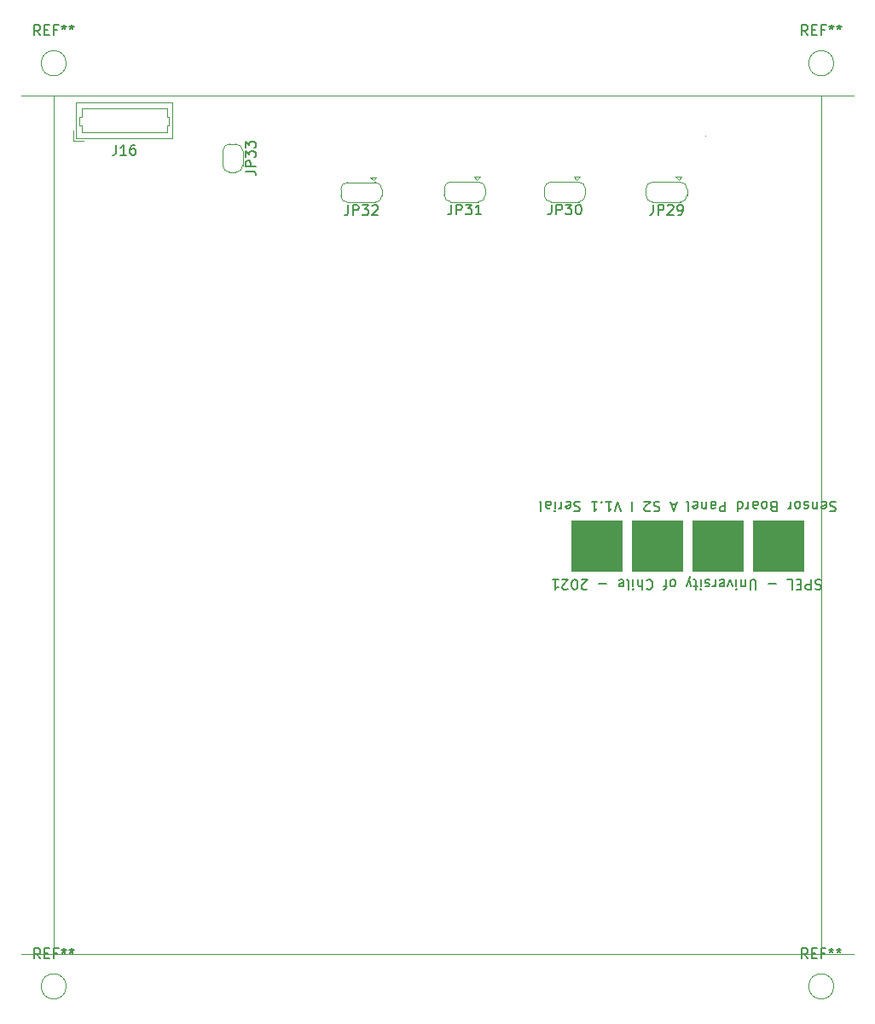
<source format=gbr>
G04 #@! TF.GenerationSoftware,KiCad,Pcbnew,(5.1.2)-2*
G04 #@! TF.CreationDate,2021-11-10T11:22:02-03:00*
G04 #@! TF.ProjectId,MAG_Plus,4d41475f-506c-4757-932e-6b696361645f,rev?*
G04 #@! TF.SameCoordinates,Original*
G04 #@! TF.FileFunction,Legend,Top*
G04 #@! TF.FilePolarity,Positive*
%FSLAX46Y46*%
G04 Gerber Fmt 4.6, Leading zero omitted, Abs format (unit mm)*
G04 Created by KiCad (PCBNEW (5.1.2)-2) date 2021-11-10 11:22:02*
%MOMM*%
%LPD*%
G04 APERTURE LIST*
%ADD10C,0.100000*%
%ADD11C,0.150000*%
%ADD12C,0.120000*%
G04 APERTURE END LIST*
D10*
G36*
X107610000Y-194540000D02*
G01*
X102610000Y-194540000D01*
X102610000Y-189540000D01*
X107610000Y-189540000D01*
X107610000Y-194540000D01*
G37*
X107610000Y-194540000D02*
X102610000Y-194540000D01*
X102610000Y-189540000D01*
X107610000Y-189540000D01*
X107610000Y-194540000D01*
G36*
X101610000Y-194540000D02*
G01*
X96610000Y-194540000D01*
X96610000Y-189540000D01*
X101610000Y-189540000D01*
X101610000Y-194540000D01*
G37*
X101610000Y-194540000D02*
X96610000Y-194540000D01*
X96610000Y-189540000D01*
X101610000Y-189540000D01*
X101610000Y-194540000D01*
G36*
X113610000Y-194540000D02*
G01*
X108610000Y-194540000D01*
X108610000Y-189540000D01*
X113610000Y-189540000D01*
X113610000Y-194540000D01*
G37*
X113610000Y-194540000D02*
X108610000Y-194540000D01*
X108610000Y-189540000D01*
X113610000Y-189540000D01*
X113610000Y-194540000D01*
G36*
X95610000Y-194540000D02*
G01*
X90610000Y-194540000D01*
X90610000Y-189540000D01*
X95610000Y-189540000D01*
X95610000Y-194540000D01*
G37*
X95610000Y-194540000D02*
X90610000Y-194540000D01*
X90610000Y-189540000D01*
X95610000Y-189540000D01*
X95610000Y-194540000D01*
D11*
X115393333Y-195485238D02*
X115250476Y-195437619D01*
X115012380Y-195437619D01*
X114917142Y-195485238D01*
X114869523Y-195532857D01*
X114821904Y-195628095D01*
X114821904Y-195723333D01*
X114869523Y-195818571D01*
X114917142Y-195866190D01*
X115012380Y-195913809D01*
X115202857Y-195961428D01*
X115298095Y-196009047D01*
X115345714Y-196056666D01*
X115393333Y-196151904D01*
X115393333Y-196247142D01*
X115345714Y-196342380D01*
X115298095Y-196390000D01*
X115202857Y-196437619D01*
X114964761Y-196437619D01*
X114821904Y-196390000D01*
X114393333Y-195437619D02*
X114393333Y-196437619D01*
X114012380Y-196437619D01*
X113917142Y-196390000D01*
X113869523Y-196342380D01*
X113821904Y-196247142D01*
X113821904Y-196104285D01*
X113869523Y-196009047D01*
X113917142Y-195961428D01*
X114012380Y-195913809D01*
X114393333Y-195913809D01*
X113393333Y-195961428D02*
X113060000Y-195961428D01*
X112917142Y-195437619D02*
X113393333Y-195437619D01*
X113393333Y-196437619D01*
X112917142Y-196437619D01*
X112012380Y-195437619D02*
X112488571Y-195437619D01*
X112488571Y-196437619D01*
X110917142Y-195818571D02*
X110155238Y-195818571D01*
X108917142Y-196437619D02*
X108917142Y-195628095D01*
X108869523Y-195532857D01*
X108821904Y-195485238D01*
X108726666Y-195437619D01*
X108536190Y-195437619D01*
X108440952Y-195485238D01*
X108393333Y-195532857D01*
X108345714Y-195628095D01*
X108345714Y-196437619D01*
X107869523Y-196104285D02*
X107869523Y-195437619D01*
X107869523Y-196009047D02*
X107821904Y-196056666D01*
X107726666Y-196104285D01*
X107583809Y-196104285D01*
X107488571Y-196056666D01*
X107440952Y-195961428D01*
X107440952Y-195437619D01*
X106964761Y-195437619D02*
X106964761Y-196104285D01*
X106964761Y-196437619D02*
X107012380Y-196390000D01*
X106964761Y-196342380D01*
X106917142Y-196390000D01*
X106964761Y-196437619D01*
X106964761Y-196342380D01*
X106583809Y-196104285D02*
X106345714Y-195437619D01*
X106107619Y-196104285D01*
X105345714Y-195485238D02*
X105440952Y-195437619D01*
X105631428Y-195437619D01*
X105726666Y-195485238D01*
X105774285Y-195580476D01*
X105774285Y-195961428D01*
X105726666Y-196056666D01*
X105631428Y-196104285D01*
X105440952Y-196104285D01*
X105345714Y-196056666D01*
X105298095Y-195961428D01*
X105298095Y-195866190D01*
X105774285Y-195770952D01*
X104869523Y-195437619D02*
X104869523Y-196104285D01*
X104869523Y-195913809D02*
X104821904Y-196009047D01*
X104774285Y-196056666D01*
X104679047Y-196104285D01*
X104583809Y-196104285D01*
X104298095Y-195485238D02*
X104202857Y-195437619D01*
X104012380Y-195437619D01*
X103917142Y-195485238D01*
X103869523Y-195580476D01*
X103869523Y-195628095D01*
X103917142Y-195723333D01*
X104012380Y-195770952D01*
X104155238Y-195770952D01*
X104250476Y-195818571D01*
X104298095Y-195913809D01*
X104298095Y-195961428D01*
X104250476Y-196056666D01*
X104155238Y-196104285D01*
X104012380Y-196104285D01*
X103917142Y-196056666D01*
X103440952Y-195437619D02*
X103440952Y-196104285D01*
X103440952Y-196437619D02*
X103488571Y-196390000D01*
X103440952Y-196342380D01*
X103393333Y-196390000D01*
X103440952Y-196437619D01*
X103440952Y-196342380D01*
X103107619Y-196104285D02*
X102726666Y-196104285D01*
X102964761Y-196437619D02*
X102964761Y-195580476D01*
X102917142Y-195485238D01*
X102821904Y-195437619D01*
X102726666Y-195437619D01*
X102488571Y-196104285D02*
X102250476Y-195437619D01*
X102012380Y-196104285D02*
X102250476Y-195437619D01*
X102345714Y-195199523D01*
X102393333Y-195151904D01*
X102488571Y-195104285D01*
X100726666Y-195437619D02*
X100821904Y-195485238D01*
X100869523Y-195532857D01*
X100917142Y-195628095D01*
X100917142Y-195913809D01*
X100869523Y-196009047D01*
X100821904Y-196056666D01*
X100726666Y-196104285D01*
X100583809Y-196104285D01*
X100488571Y-196056666D01*
X100440952Y-196009047D01*
X100393333Y-195913809D01*
X100393333Y-195628095D01*
X100440952Y-195532857D01*
X100488571Y-195485238D01*
X100583809Y-195437619D01*
X100726666Y-195437619D01*
X100107619Y-196104285D02*
X99726666Y-196104285D01*
X99964761Y-195437619D02*
X99964761Y-196294761D01*
X99917142Y-196390000D01*
X99821904Y-196437619D01*
X99726666Y-196437619D01*
X98060000Y-195532857D02*
X98107619Y-195485238D01*
X98250476Y-195437619D01*
X98345714Y-195437619D01*
X98488571Y-195485238D01*
X98583809Y-195580476D01*
X98631428Y-195675714D01*
X98679047Y-195866190D01*
X98679047Y-196009047D01*
X98631428Y-196199523D01*
X98583809Y-196294761D01*
X98488571Y-196390000D01*
X98345714Y-196437619D01*
X98250476Y-196437619D01*
X98107619Y-196390000D01*
X98060000Y-196342380D01*
X97631428Y-195437619D02*
X97631428Y-196437619D01*
X97202857Y-195437619D02*
X97202857Y-195961428D01*
X97250476Y-196056666D01*
X97345714Y-196104285D01*
X97488571Y-196104285D01*
X97583809Y-196056666D01*
X97631428Y-196009047D01*
X96726666Y-195437619D02*
X96726666Y-196104285D01*
X96726666Y-196437619D02*
X96774285Y-196390000D01*
X96726666Y-196342380D01*
X96679047Y-196390000D01*
X96726666Y-196437619D01*
X96726666Y-196342380D01*
X96107619Y-195437619D02*
X96202857Y-195485238D01*
X96250476Y-195580476D01*
X96250476Y-196437619D01*
X95345714Y-195485238D02*
X95440952Y-195437619D01*
X95631428Y-195437619D01*
X95726666Y-195485238D01*
X95774285Y-195580476D01*
X95774285Y-195961428D01*
X95726666Y-196056666D01*
X95631428Y-196104285D01*
X95440952Y-196104285D01*
X95345714Y-196056666D01*
X95298095Y-195961428D01*
X95298095Y-195866190D01*
X95774285Y-195770952D01*
X94107619Y-195818571D02*
X93345714Y-195818571D01*
X92155238Y-196342380D02*
X92107619Y-196390000D01*
X92012380Y-196437619D01*
X91774285Y-196437619D01*
X91679047Y-196390000D01*
X91631428Y-196342380D01*
X91583809Y-196247142D01*
X91583809Y-196151904D01*
X91631428Y-196009047D01*
X92202857Y-195437619D01*
X91583809Y-195437619D01*
X90964761Y-196437619D02*
X90869523Y-196437619D01*
X90774285Y-196390000D01*
X90726666Y-196342380D01*
X90679047Y-196247142D01*
X90631428Y-196056666D01*
X90631428Y-195818571D01*
X90679047Y-195628095D01*
X90726666Y-195532857D01*
X90774285Y-195485238D01*
X90869523Y-195437619D01*
X90964761Y-195437619D01*
X91060000Y-195485238D01*
X91107619Y-195532857D01*
X91155238Y-195628095D01*
X91202857Y-195818571D01*
X91202857Y-196056666D01*
X91155238Y-196247142D01*
X91107619Y-196342380D01*
X91060000Y-196390000D01*
X90964761Y-196437619D01*
X90250476Y-196342380D02*
X90202857Y-196390000D01*
X90107619Y-196437619D01*
X89869523Y-196437619D01*
X89774285Y-196390000D01*
X89726666Y-196342380D01*
X89679047Y-196247142D01*
X89679047Y-196151904D01*
X89726666Y-196009047D01*
X90298095Y-195437619D01*
X89679047Y-195437619D01*
X88726666Y-195437619D02*
X89298095Y-195437619D01*
X89012380Y-195437619D02*
X89012380Y-196437619D01*
X89107619Y-196294761D01*
X89202857Y-196199523D01*
X89298095Y-196151904D01*
X116826666Y-187735238D02*
X116683809Y-187687619D01*
X116445714Y-187687619D01*
X116350476Y-187735238D01*
X116302857Y-187782857D01*
X116255238Y-187878095D01*
X116255238Y-187973333D01*
X116302857Y-188068571D01*
X116350476Y-188116190D01*
X116445714Y-188163809D01*
X116636190Y-188211428D01*
X116731428Y-188259047D01*
X116779047Y-188306666D01*
X116826666Y-188401904D01*
X116826666Y-188497142D01*
X116779047Y-188592380D01*
X116731428Y-188640000D01*
X116636190Y-188687619D01*
X116398095Y-188687619D01*
X116255238Y-188640000D01*
X115445714Y-187735238D02*
X115540952Y-187687619D01*
X115731428Y-187687619D01*
X115826666Y-187735238D01*
X115874285Y-187830476D01*
X115874285Y-188211428D01*
X115826666Y-188306666D01*
X115731428Y-188354285D01*
X115540952Y-188354285D01*
X115445714Y-188306666D01*
X115398095Y-188211428D01*
X115398095Y-188116190D01*
X115874285Y-188020952D01*
X114969523Y-188354285D02*
X114969523Y-187687619D01*
X114969523Y-188259047D02*
X114921904Y-188306666D01*
X114826666Y-188354285D01*
X114683809Y-188354285D01*
X114588571Y-188306666D01*
X114540952Y-188211428D01*
X114540952Y-187687619D01*
X114112380Y-187735238D02*
X114017142Y-187687619D01*
X113826666Y-187687619D01*
X113731428Y-187735238D01*
X113683809Y-187830476D01*
X113683809Y-187878095D01*
X113731428Y-187973333D01*
X113826666Y-188020952D01*
X113969523Y-188020952D01*
X114064761Y-188068571D01*
X114112380Y-188163809D01*
X114112380Y-188211428D01*
X114064761Y-188306666D01*
X113969523Y-188354285D01*
X113826666Y-188354285D01*
X113731428Y-188306666D01*
X113112380Y-187687619D02*
X113207619Y-187735238D01*
X113255238Y-187782857D01*
X113302857Y-187878095D01*
X113302857Y-188163809D01*
X113255238Y-188259047D01*
X113207619Y-188306666D01*
X113112380Y-188354285D01*
X112969523Y-188354285D01*
X112874285Y-188306666D01*
X112826666Y-188259047D01*
X112779047Y-188163809D01*
X112779047Y-187878095D01*
X112826666Y-187782857D01*
X112874285Y-187735238D01*
X112969523Y-187687619D01*
X113112380Y-187687619D01*
X112350476Y-187687619D02*
X112350476Y-188354285D01*
X112350476Y-188163809D02*
X112302857Y-188259047D01*
X112255238Y-188306666D01*
X112160000Y-188354285D01*
X112064761Y-188354285D01*
X110636190Y-188211428D02*
X110493333Y-188163809D01*
X110445714Y-188116190D01*
X110398095Y-188020952D01*
X110398095Y-187878095D01*
X110445714Y-187782857D01*
X110493333Y-187735238D01*
X110588571Y-187687619D01*
X110969523Y-187687619D01*
X110969523Y-188687619D01*
X110636190Y-188687619D01*
X110540952Y-188640000D01*
X110493333Y-188592380D01*
X110445714Y-188497142D01*
X110445714Y-188401904D01*
X110493333Y-188306666D01*
X110540952Y-188259047D01*
X110636190Y-188211428D01*
X110969523Y-188211428D01*
X109826666Y-187687619D02*
X109921904Y-187735238D01*
X109969523Y-187782857D01*
X110017142Y-187878095D01*
X110017142Y-188163809D01*
X109969523Y-188259047D01*
X109921904Y-188306666D01*
X109826666Y-188354285D01*
X109683809Y-188354285D01*
X109588571Y-188306666D01*
X109540952Y-188259047D01*
X109493333Y-188163809D01*
X109493333Y-187878095D01*
X109540952Y-187782857D01*
X109588571Y-187735238D01*
X109683809Y-187687619D01*
X109826666Y-187687619D01*
X108636190Y-187687619D02*
X108636190Y-188211428D01*
X108683809Y-188306666D01*
X108779047Y-188354285D01*
X108969523Y-188354285D01*
X109064761Y-188306666D01*
X108636190Y-187735238D02*
X108731428Y-187687619D01*
X108969523Y-187687619D01*
X109064761Y-187735238D01*
X109112380Y-187830476D01*
X109112380Y-187925714D01*
X109064761Y-188020952D01*
X108969523Y-188068571D01*
X108731428Y-188068571D01*
X108636190Y-188116190D01*
X108160000Y-187687619D02*
X108160000Y-188354285D01*
X108160000Y-188163809D02*
X108112380Y-188259047D01*
X108064761Y-188306666D01*
X107969523Y-188354285D01*
X107874285Y-188354285D01*
X107112380Y-187687619D02*
X107112380Y-188687619D01*
X107112380Y-187735238D02*
X107207619Y-187687619D01*
X107398095Y-187687619D01*
X107493333Y-187735238D01*
X107540952Y-187782857D01*
X107588571Y-187878095D01*
X107588571Y-188163809D01*
X107540952Y-188259047D01*
X107493333Y-188306666D01*
X107398095Y-188354285D01*
X107207619Y-188354285D01*
X107112380Y-188306666D01*
X105874285Y-187687619D02*
X105874285Y-188687619D01*
X105493333Y-188687619D01*
X105398095Y-188640000D01*
X105350476Y-188592380D01*
X105302857Y-188497142D01*
X105302857Y-188354285D01*
X105350476Y-188259047D01*
X105398095Y-188211428D01*
X105493333Y-188163809D01*
X105874285Y-188163809D01*
X104445714Y-187687619D02*
X104445714Y-188211428D01*
X104493333Y-188306666D01*
X104588571Y-188354285D01*
X104779047Y-188354285D01*
X104874285Y-188306666D01*
X104445714Y-187735238D02*
X104540952Y-187687619D01*
X104779047Y-187687619D01*
X104874285Y-187735238D01*
X104921904Y-187830476D01*
X104921904Y-187925714D01*
X104874285Y-188020952D01*
X104779047Y-188068571D01*
X104540952Y-188068571D01*
X104445714Y-188116190D01*
X103969523Y-188354285D02*
X103969523Y-187687619D01*
X103969523Y-188259047D02*
X103921904Y-188306666D01*
X103826666Y-188354285D01*
X103683809Y-188354285D01*
X103588571Y-188306666D01*
X103540952Y-188211428D01*
X103540952Y-187687619D01*
X102683809Y-187735238D02*
X102779047Y-187687619D01*
X102969523Y-187687619D01*
X103064761Y-187735238D01*
X103112380Y-187830476D01*
X103112380Y-188211428D01*
X103064761Y-188306666D01*
X102969523Y-188354285D01*
X102779047Y-188354285D01*
X102683809Y-188306666D01*
X102636190Y-188211428D01*
X102636190Y-188116190D01*
X103112380Y-188020952D01*
X102064761Y-187687619D02*
X102160000Y-187735238D01*
X102207619Y-187830476D01*
X102207619Y-188687619D01*
X100969523Y-187973333D02*
X100493333Y-187973333D01*
X101064761Y-187687619D02*
X100731428Y-188687619D01*
X100398095Y-187687619D01*
X99350476Y-187735238D02*
X99207619Y-187687619D01*
X98969523Y-187687619D01*
X98874285Y-187735238D01*
X98826666Y-187782857D01*
X98779047Y-187878095D01*
X98779047Y-187973333D01*
X98826666Y-188068571D01*
X98874285Y-188116190D01*
X98969523Y-188163809D01*
X99160000Y-188211428D01*
X99255238Y-188259047D01*
X99302857Y-188306666D01*
X99350476Y-188401904D01*
X99350476Y-188497142D01*
X99302857Y-188592380D01*
X99255238Y-188640000D01*
X99160000Y-188687619D01*
X98921904Y-188687619D01*
X98779047Y-188640000D01*
X98398095Y-188592380D02*
X98350476Y-188640000D01*
X98255238Y-188687619D01*
X98017142Y-188687619D01*
X97921904Y-188640000D01*
X97874285Y-188592380D01*
X97826666Y-188497142D01*
X97826666Y-188401904D01*
X97874285Y-188259047D01*
X98445714Y-187687619D01*
X97826666Y-187687619D01*
X96636190Y-187687619D02*
X96636190Y-188687619D01*
X95540952Y-188687619D02*
X95207619Y-187687619D01*
X94874285Y-188687619D01*
X94017142Y-187687619D02*
X94588571Y-187687619D01*
X94302857Y-187687619D02*
X94302857Y-188687619D01*
X94398095Y-188544761D01*
X94493333Y-188449523D01*
X94588571Y-188401904D01*
X93588571Y-187782857D02*
X93540952Y-187735238D01*
X93588571Y-187687619D01*
X93636190Y-187735238D01*
X93588571Y-187782857D01*
X93588571Y-187687619D01*
X92588571Y-187687619D02*
X93160000Y-187687619D01*
X92874285Y-187687619D02*
X92874285Y-188687619D01*
X92969523Y-188544761D01*
X93064761Y-188449523D01*
X93160000Y-188401904D01*
X91445714Y-187735238D02*
X91302857Y-187687619D01*
X91064761Y-187687619D01*
X90969523Y-187735238D01*
X90921904Y-187782857D01*
X90874285Y-187878095D01*
X90874285Y-187973333D01*
X90921904Y-188068571D01*
X90969523Y-188116190D01*
X91064761Y-188163809D01*
X91255238Y-188211428D01*
X91350476Y-188259047D01*
X91398095Y-188306666D01*
X91445714Y-188401904D01*
X91445714Y-188497142D01*
X91398095Y-188592380D01*
X91350476Y-188640000D01*
X91255238Y-188687619D01*
X91017142Y-188687619D01*
X90874285Y-188640000D01*
X90064761Y-187735238D02*
X90160000Y-187687619D01*
X90350476Y-187687619D01*
X90445714Y-187735238D01*
X90493333Y-187830476D01*
X90493333Y-188211428D01*
X90445714Y-188306666D01*
X90350476Y-188354285D01*
X90160000Y-188354285D01*
X90064761Y-188306666D01*
X90017142Y-188211428D01*
X90017142Y-188116190D01*
X90493333Y-188020952D01*
X89588571Y-187687619D02*
X89588571Y-188354285D01*
X89588571Y-188163809D02*
X89540952Y-188259047D01*
X89493333Y-188306666D01*
X89398095Y-188354285D01*
X89302857Y-188354285D01*
X88969523Y-187687619D02*
X88969523Y-188354285D01*
X88969523Y-188687619D02*
X89017142Y-188640000D01*
X88969523Y-188592380D01*
X88921904Y-188640000D01*
X88969523Y-188687619D01*
X88969523Y-188592380D01*
X88064761Y-187687619D02*
X88064761Y-188211428D01*
X88112380Y-188306666D01*
X88207619Y-188354285D01*
X88398095Y-188354285D01*
X88493333Y-188306666D01*
X88064761Y-187735238D02*
X88160000Y-187687619D01*
X88398095Y-187687619D01*
X88493333Y-187735238D01*
X88540952Y-187830476D01*
X88540952Y-187925714D01*
X88493333Y-188020952D01*
X88398095Y-188068571D01*
X88160000Y-188068571D01*
X88064761Y-188116190D01*
X87445714Y-187687619D02*
X87540952Y-187735238D01*
X87588571Y-187830476D01*
X87588571Y-188687619D01*
D12*
X103900000Y-151390000D02*
X103900000Y-151400000D01*
X115400000Y-147400000D02*
X115400000Y-232600000D01*
X39200000Y-232600000D02*
X39200000Y-147400000D01*
X118600000Y-147400000D02*
X36000000Y-147400000D01*
X36000000Y-232600000D02*
X118600000Y-232600000D01*
X116650000Y-235800000D02*
G75*
G03X116650000Y-235800000I-1250000J0D01*
G01*
X40450000Y-235800000D02*
G75*
G03X40450000Y-235800000I-1250000J0D01*
G01*
X116650000Y-144200000D02*
G75*
G03X116650000Y-144200000I-1250000J0D01*
G01*
X40450000Y-144200000D02*
G75*
G03X40450000Y-144200000I-1250000J0D01*
G01*
X41180000Y-151875000D02*
X42180000Y-151875000D01*
X41180000Y-151875000D02*
X41180000Y-150875000D01*
X50430000Y-148675000D02*
X46205000Y-148675000D01*
X50430000Y-149550000D02*
X50430000Y-148675000D01*
X50630000Y-149550000D02*
X50430000Y-149550000D01*
X50630000Y-150350000D02*
X50630000Y-149550000D01*
X50430000Y-150350000D02*
X50630000Y-150350000D01*
X50430000Y-151075000D02*
X50430000Y-150350000D01*
X46205000Y-151075000D02*
X50430000Y-151075000D01*
X41980000Y-148675000D02*
X46205000Y-148675000D01*
X41980000Y-149550000D02*
X41980000Y-148675000D01*
X41780000Y-149550000D02*
X41980000Y-149550000D01*
X41780000Y-150350000D02*
X41780000Y-149550000D01*
X41980000Y-150350000D02*
X41780000Y-150350000D01*
X41980000Y-151075000D02*
X41980000Y-150350000D01*
X46205000Y-151075000D02*
X41980000Y-151075000D01*
X50980000Y-148125000D02*
X41430000Y-148125000D01*
X50980000Y-151625000D02*
X50980000Y-148125000D01*
X41430000Y-151625000D02*
X50980000Y-151625000D01*
X41430000Y-148125000D02*
X41430000Y-151625000D01*
X102090000Y-157290000D02*
G75*
G02X101390000Y-157990000I-700000J0D01*
G01*
X101390000Y-155990000D02*
G75*
G02X102090000Y-156690000I0J-700000D01*
G01*
X97990000Y-156690000D02*
G75*
G02X98690000Y-155990000I700000J0D01*
G01*
X98690000Y-157990000D02*
G75*
G02X97990000Y-157290000I0J700000D01*
G01*
X101440000Y-157990000D02*
X98640000Y-157990000D01*
X97990000Y-157290000D02*
X97990000Y-156690000D01*
X98640000Y-155990000D02*
X101440000Y-155990000D01*
X102090000Y-156690000D02*
X102090000Y-157290000D01*
X101240000Y-155790000D02*
X101540000Y-155490000D01*
X101540000Y-155490000D02*
X100940000Y-155490000D01*
X101240000Y-155790000D02*
X100940000Y-155490000D01*
X91140000Y-155770000D02*
X90840000Y-155470000D01*
X91440000Y-155470000D02*
X90840000Y-155470000D01*
X91140000Y-155770000D02*
X91440000Y-155470000D01*
X91990000Y-156670000D02*
X91990000Y-157270000D01*
X88540000Y-155970000D02*
X91340000Y-155970000D01*
X87890000Y-157270000D02*
X87890000Y-156670000D01*
X91340000Y-157970000D02*
X88540000Y-157970000D01*
X88590000Y-157970000D02*
G75*
G02X87890000Y-157270000I0J700000D01*
G01*
X87890000Y-156670000D02*
G75*
G02X88590000Y-155970000I700000J0D01*
G01*
X91290000Y-155970000D02*
G75*
G02X91990000Y-156670000I0J-700000D01*
G01*
X91990000Y-157270000D02*
G75*
G02X91290000Y-157970000I-700000J0D01*
G01*
X82060000Y-157260000D02*
G75*
G02X81360000Y-157960000I-700000J0D01*
G01*
X81360000Y-155960000D02*
G75*
G02X82060000Y-156660000I0J-700000D01*
G01*
X77960000Y-156660000D02*
G75*
G02X78660000Y-155960000I700000J0D01*
G01*
X78660000Y-157960000D02*
G75*
G02X77960000Y-157260000I0J700000D01*
G01*
X81410000Y-157960000D02*
X78610000Y-157960000D01*
X77960000Y-157260000D02*
X77960000Y-156660000D01*
X78610000Y-155960000D02*
X81410000Y-155960000D01*
X82060000Y-156660000D02*
X82060000Y-157260000D01*
X81210000Y-155760000D02*
X81510000Y-155460000D01*
X81510000Y-155460000D02*
X80910000Y-155460000D01*
X81210000Y-155760000D02*
X80910000Y-155460000D01*
X70950000Y-155820000D02*
X70650000Y-155520000D01*
X71250000Y-155520000D02*
X70650000Y-155520000D01*
X70950000Y-155820000D02*
X71250000Y-155520000D01*
X71800000Y-156720000D02*
X71800000Y-157320000D01*
X68350000Y-156020000D02*
X71150000Y-156020000D01*
X67700000Y-157320000D02*
X67700000Y-156720000D01*
X71150000Y-158020000D02*
X68350000Y-158020000D01*
X68400000Y-158020000D02*
G75*
G02X67700000Y-157320000I0J700000D01*
G01*
X67700000Y-156720000D02*
G75*
G02X68400000Y-156020000I700000J0D01*
G01*
X71100000Y-156020000D02*
G75*
G02X71800000Y-156720000I0J-700000D01*
G01*
X71800000Y-157320000D02*
G75*
G02X71100000Y-158020000I-700000J0D01*
G01*
X57980000Y-154320000D02*
G75*
G02X57280000Y-155020000I-700000J0D01*
G01*
X56680000Y-155020000D02*
G75*
G02X55980000Y-154320000I0J700000D01*
G01*
X55980000Y-152920000D02*
G75*
G02X56680000Y-152220000I700000J0D01*
G01*
X57280000Y-152220000D02*
G75*
G02X57980000Y-152920000I0J-700000D01*
G01*
X56680000Y-152220000D02*
X57280000Y-152220000D01*
X55980000Y-154320000D02*
X55980000Y-152920000D01*
X57280000Y-155020000D02*
X56680000Y-155020000D01*
X57980000Y-152920000D02*
X57980000Y-154320000D01*
D11*
X114066666Y-141422380D02*
X113733333Y-140946190D01*
X113495238Y-141422380D02*
X113495238Y-140422380D01*
X113876190Y-140422380D01*
X113971428Y-140470000D01*
X114019047Y-140517619D01*
X114066666Y-140612857D01*
X114066666Y-140755714D01*
X114019047Y-140850952D01*
X113971428Y-140898571D01*
X113876190Y-140946190D01*
X113495238Y-140946190D01*
X114495238Y-140898571D02*
X114828571Y-140898571D01*
X114971428Y-141422380D02*
X114495238Y-141422380D01*
X114495238Y-140422380D01*
X114971428Y-140422380D01*
X115733333Y-140898571D02*
X115400000Y-140898571D01*
X115400000Y-141422380D02*
X115400000Y-140422380D01*
X115876190Y-140422380D01*
X116400000Y-140422380D02*
X116400000Y-140660476D01*
X116161904Y-140565238D02*
X116400000Y-140660476D01*
X116638095Y-140565238D01*
X116257142Y-140850952D02*
X116400000Y-140660476D01*
X116542857Y-140850952D01*
X117161904Y-140422380D02*
X117161904Y-140660476D01*
X116923809Y-140565238D02*
X117161904Y-140660476D01*
X117400000Y-140565238D01*
X117019047Y-140850952D02*
X117161904Y-140660476D01*
X117304761Y-140850952D01*
X114056666Y-233022380D02*
X113723333Y-232546190D01*
X113485238Y-233022380D02*
X113485238Y-232022380D01*
X113866190Y-232022380D01*
X113961428Y-232070000D01*
X114009047Y-232117619D01*
X114056666Y-232212857D01*
X114056666Y-232355714D01*
X114009047Y-232450952D01*
X113961428Y-232498571D01*
X113866190Y-232546190D01*
X113485238Y-232546190D01*
X114485238Y-232498571D02*
X114818571Y-232498571D01*
X114961428Y-233022380D02*
X114485238Y-233022380D01*
X114485238Y-232022380D01*
X114961428Y-232022380D01*
X115723333Y-232498571D02*
X115390000Y-232498571D01*
X115390000Y-233022380D02*
X115390000Y-232022380D01*
X115866190Y-232022380D01*
X116390000Y-232022380D02*
X116390000Y-232260476D01*
X116151904Y-232165238D02*
X116390000Y-232260476D01*
X116628095Y-232165238D01*
X116247142Y-232450952D02*
X116390000Y-232260476D01*
X116532857Y-232450952D01*
X117151904Y-232022380D02*
X117151904Y-232260476D01*
X116913809Y-232165238D02*
X117151904Y-232260476D01*
X117390000Y-232165238D01*
X117009047Y-232450952D02*
X117151904Y-232260476D01*
X117294761Y-232450952D01*
X37866666Y-141412380D02*
X37533333Y-140936190D01*
X37295238Y-141412380D02*
X37295238Y-140412380D01*
X37676190Y-140412380D01*
X37771428Y-140460000D01*
X37819047Y-140507619D01*
X37866666Y-140602857D01*
X37866666Y-140745714D01*
X37819047Y-140840952D01*
X37771428Y-140888571D01*
X37676190Y-140936190D01*
X37295238Y-140936190D01*
X38295238Y-140888571D02*
X38628571Y-140888571D01*
X38771428Y-141412380D02*
X38295238Y-141412380D01*
X38295238Y-140412380D01*
X38771428Y-140412380D01*
X39533333Y-140888571D02*
X39200000Y-140888571D01*
X39200000Y-141412380D02*
X39200000Y-140412380D01*
X39676190Y-140412380D01*
X40200000Y-140412380D02*
X40200000Y-140650476D01*
X39961904Y-140555238D02*
X40200000Y-140650476D01*
X40438095Y-140555238D01*
X40057142Y-140840952D02*
X40200000Y-140650476D01*
X40342857Y-140840952D01*
X40961904Y-140412380D02*
X40961904Y-140650476D01*
X40723809Y-140555238D02*
X40961904Y-140650476D01*
X41200000Y-140555238D01*
X40819047Y-140840952D02*
X40961904Y-140650476D01*
X41104761Y-140840952D01*
X37866666Y-233032380D02*
X37533333Y-232556190D01*
X37295238Y-233032380D02*
X37295238Y-232032380D01*
X37676190Y-232032380D01*
X37771428Y-232080000D01*
X37819047Y-232127619D01*
X37866666Y-232222857D01*
X37866666Y-232365714D01*
X37819047Y-232460952D01*
X37771428Y-232508571D01*
X37676190Y-232556190D01*
X37295238Y-232556190D01*
X38295238Y-232508571D02*
X38628571Y-232508571D01*
X38771428Y-233032380D02*
X38295238Y-233032380D01*
X38295238Y-232032380D01*
X38771428Y-232032380D01*
X39533333Y-232508571D02*
X39200000Y-232508571D01*
X39200000Y-233032380D02*
X39200000Y-232032380D01*
X39676190Y-232032380D01*
X40200000Y-232032380D02*
X40200000Y-232270476D01*
X39961904Y-232175238D02*
X40200000Y-232270476D01*
X40438095Y-232175238D01*
X40057142Y-232460952D02*
X40200000Y-232270476D01*
X40342857Y-232460952D01*
X40961904Y-232032380D02*
X40961904Y-232270476D01*
X40723809Y-232175238D02*
X40961904Y-232270476D01*
X41200000Y-232175238D01*
X40819047Y-232460952D02*
X40961904Y-232270476D01*
X41104761Y-232460952D01*
X45395476Y-152302380D02*
X45395476Y-153016666D01*
X45347857Y-153159523D01*
X45252619Y-153254761D01*
X45109761Y-153302380D01*
X45014523Y-153302380D01*
X46395476Y-153302380D02*
X45824047Y-153302380D01*
X46109761Y-153302380D02*
X46109761Y-152302380D01*
X46014523Y-152445238D01*
X45919285Y-152540476D01*
X45824047Y-152588095D01*
X47252619Y-152302380D02*
X47062142Y-152302380D01*
X46966904Y-152350000D01*
X46919285Y-152397619D01*
X46824047Y-152540476D01*
X46776428Y-152730952D01*
X46776428Y-153111904D01*
X46824047Y-153207142D01*
X46871666Y-153254761D01*
X46966904Y-153302380D01*
X47157380Y-153302380D01*
X47252619Y-153254761D01*
X47300238Y-153207142D01*
X47347857Y-153111904D01*
X47347857Y-152873809D01*
X47300238Y-152778571D01*
X47252619Y-152730952D01*
X47157380Y-152683333D01*
X46966904Y-152683333D01*
X46871666Y-152730952D01*
X46824047Y-152778571D01*
X46776428Y-152873809D01*
X98730476Y-158242380D02*
X98730476Y-158956666D01*
X98682857Y-159099523D01*
X98587619Y-159194761D01*
X98444761Y-159242380D01*
X98349523Y-159242380D01*
X99206666Y-159242380D02*
X99206666Y-158242380D01*
X99587619Y-158242380D01*
X99682857Y-158290000D01*
X99730476Y-158337619D01*
X99778095Y-158432857D01*
X99778095Y-158575714D01*
X99730476Y-158670952D01*
X99682857Y-158718571D01*
X99587619Y-158766190D01*
X99206666Y-158766190D01*
X100159047Y-158337619D02*
X100206666Y-158290000D01*
X100301904Y-158242380D01*
X100540000Y-158242380D01*
X100635238Y-158290000D01*
X100682857Y-158337619D01*
X100730476Y-158432857D01*
X100730476Y-158528095D01*
X100682857Y-158670952D01*
X100111428Y-159242380D01*
X100730476Y-159242380D01*
X101206666Y-159242380D02*
X101397142Y-159242380D01*
X101492380Y-159194761D01*
X101540000Y-159147142D01*
X101635238Y-159004285D01*
X101682857Y-158813809D01*
X101682857Y-158432857D01*
X101635238Y-158337619D01*
X101587619Y-158290000D01*
X101492380Y-158242380D01*
X101301904Y-158242380D01*
X101206666Y-158290000D01*
X101159047Y-158337619D01*
X101111428Y-158432857D01*
X101111428Y-158670952D01*
X101159047Y-158766190D01*
X101206666Y-158813809D01*
X101301904Y-158861428D01*
X101492380Y-158861428D01*
X101587619Y-158813809D01*
X101635238Y-158766190D01*
X101682857Y-158670952D01*
X88630476Y-158222380D02*
X88630476Y-158936666D01*
X88582857Y-159079523D01*
X88487619Y-159174761D01*
X88344761Y-159222380D01*
X88249523Y-159222380D01*
X89106666Y-159222380D02*
X89106666Y-158222380D01*
X89487619Y-158222380D01*
X89582857Y-158270000D01*
X89630476Y-158317619D01*
X89678095Y-158412857D01*
X89678095Y-158555714D01*
X89630476Y-158650952D01*
X89582857Y-158698571D01*
X89487619Y-158746190D01*
X89106666Y-158746190D01*
X90011428Y-158222380D02*
X90630476Y-158222380D01*
X90297142Y-158603333D01*
X90440000Y-158603333D01*
X90535238Y-158650952D01*
X90582857Y-158698571D01*
X90630476Y-158793809D01*
X90630476Y-159031904D01*
X90582857Y-159127142D01*
X90535238Y-159174761D01*
X90440000Y-159222380D01*
X90154285Y-159222380D01*
X90059047Y-159174761D01*
X90011428Y-159127142D01*
X91249523Y-158222380D02*
X91344761Y-158222380D01*
X91440000Y-158270000D01*
X91487619Y-158317619D01*
X91535238Y-158412857D01*
X91582857Y-158603333D01*
X91582857Y-158841428D01*
X91535238Y-159031904D01*
X91487619Y-159127142D01*
X91440000Y-159174761D01*
X91344761Y-159222380D01*
X91249523Y-159222380D01*
X91154285Y-159174761D01*
X91106666Y-159127142D01*
X91059047Y-159031904D01*
X91011428Y-158841428D01*
X91011428Y-158603333D01*
X91059047Y-158412857D01*
X91106666Y-158317619D01*
X91154285Y-158270000D01*
X91249523Y-158222380D01*
X78700476Y-158212380D02*
X78700476Y-158926666D01*
X78652857Y-159069523D01*
X78557619Y-159164761D01*
X78414761Y-159212380D01*
X78319523Y-159212380D01*
X79176666Y-159212380D02*
X79176666Y-158212380D01*
X79557619Y-158212380D01*
X79652857Y-158260000D01*
X79700476Y-158307619D01*
X79748095Y-158402857D01*
X79748095Y-158545714D01*
X79700476Y-158640952D01*
X79652857Y-158688571D01*
X79557619Y-158736190D01*
X79176666Y-158736190D01*
X80081428Y-158212380D02*
X80700476Y-158212380D01*
X80367142Y-158593333D01*
X80510000Y-158593333D01*
X80605238Y-158640952D01*
X80652857Y-158688571D01*
X80700476Y-158783809D01*
X80700476Y-159021904D01*
X80652857Y-159117142D01*
X80605238Y-159164761D01*
X80510000Y-159212380D01*
X80224285Y-159212380D01*
X80129047Y-159164761D01*
X80081428Y-159117142D01*
X81652857Y-159212380D02*
X81081428Y-159212380D01*
X81367142Y-159212380D02*
X81367142Y-158212380D01*
X81271904Y-158355238D01*
X81176666Y-158450476D01*
X81081428Y-158498095D01*
X68440476Y-158272380D02*
X68440476Y-158986666D01*
X68392857Y-159129523D01*
X68297619Y-159224761D01*
X68154761Y-159272380D01*
X68059523Y-159272380D01*
X68916666Y-159272380D02*
X68916666Y-158272380D01*
X69297619Y-158272380D01*
X69392857Y-158320000D01*
X69440476Y-158367619D01*
X69488095Y-158462857D01*
X69488095Y-158605714D01*
X69440476Y-158700952D01*
X69392857Y-158748571D01*
X69297619Y-158796190D01*
X68916666Y-158796190D01*
X69821428Y-158272380D02*
X70440476Y-158272380D01*
X70107142Y-158653333D01*
X70250000Y-158653333D01*
X70345238Y-158700952D01*
X70392857Y-158748571D01*
X70440476Y-158843809D01*
X70440476Y-159081904D01*
X70392857Y-159177142D01*
X70345238Y-159224761D01*
X70250000Y-159272380D01*
X69964285Y-159272380D01*
X69869047Y-159224761D01*
X69821428Y-159177142D01*
X70821428Y-158367619D02*
X70869047Y-158320000D01*
X70964285Y-158272380D01*
X71202380Y-158272380D01*
X71297619Y-158320000D01*
X71345238Y-158367619D01*
X71392857Y-158462857D01*
X71392857Y-158558095D01*
X71345238Y-158700952D01*
X70773809Y-159272380D01*
X71392857Y-159272380D01*
X58232380Y-154929523D02*
X58946666Y-154929523D01*
X59089523Y-154977142D01*
X59184761Y-155072380D01*
X59232380Y-155215238D01*
X59232380Y-155310476D01*
X59232380Y-154453333D02*
X58232380Y-154453333D01*
X58232380Y-154072380D01*
X58280000Y-153977142D01*
X58327619Y-153929523D01*
X58422857Y-153881904D01*
X58565714Y-153881904D01*
X58660952Y-153929523D01*
X58708571Y-153977142D01*
X58756190Y-154072380D01*
X58756190Y-154453333D01*
X58232380Y-153548571D02*
X58232380Y-152929523D01*
X58613333Y-153262857D01*
X58613333Y-153120000D01*
X58660952Y-153024761D01*
X58708571Y-152977142D01*
X58803809Y-152929523D01*
X59041904Y-152929523D01*
X59137142Y-152977142D01*
X59184761Y-153024761D01*
X59232380Y-153120000D01*
X59232380Y-153405714D01*
X59184761Y-153500952D01*
X59137142Y-153548571D01*
X58232380Y-152596190D02*
X58232380Y-151977142D01*
X58613333Y-152310476D01*
X58613333Y-152167619D01*
X58660952Y-152072380D01*
X58708571Y-152024761D01*
X58803809Y-151977142D01*
X59041904Y-151977142D01*
X59137142Y-152024761D01*
X59184761Y-152072380D01*
X59232380Y-152167619D01*
X59232380Y-152453333D01*
X59184761Y-152548571D01*
X59137142Y-152596190D01*
M02*

</source>
